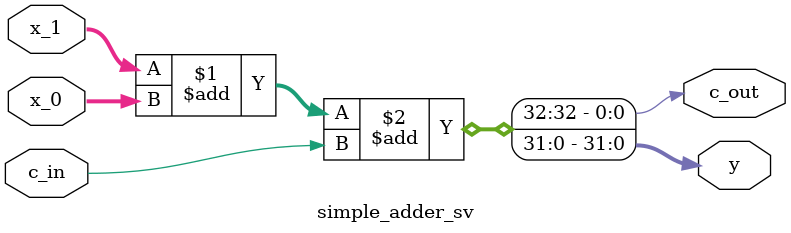
<source format=sv>
/*
*  File            :   simple_adder_sv.sv
*  Autor           :   Vlasov D.V.
*  Data            :   2019.08.20
*  Language        :   SystemVerilog
*  Description     :   This is simple adder with carry
*  Copyright(c)    :   2019 Vlasov D.V.
*/

module simple_adder_sv
#(
    parameter                   W = 32
)(
    input   logic   [0   : 0]   c_in,
    input   logic   [W-1 : 0]   x_0,
    input   logic   [W-1 : 0]   x_1,
    output  logic   [W-1 : 0]   y,
    output  logic   [0   : 0]   c_out
);

    assign { c_out , y } = x_1 + x_0 + c_in;

endmodule : simple_adder_sv
    
</source>
